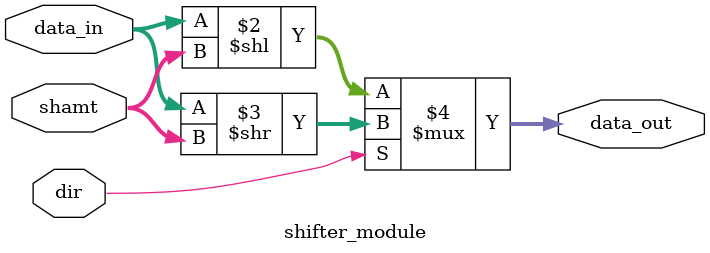
<source format=v>
module shifter_module (
    input  wire [31:0] data_in,   // parola di input
    input  wire [4:0]  shamt,     // numero di posizioni da shiftare
    input  wire        dir,       // 0 = sinistra, 1 = destra
    output wire [31:0] data_out   // risultato
);

    assign data_out = (dir == 1'b0) ? (data_in << shamt) : (data_in >> shamt);

endmodule
</source>
